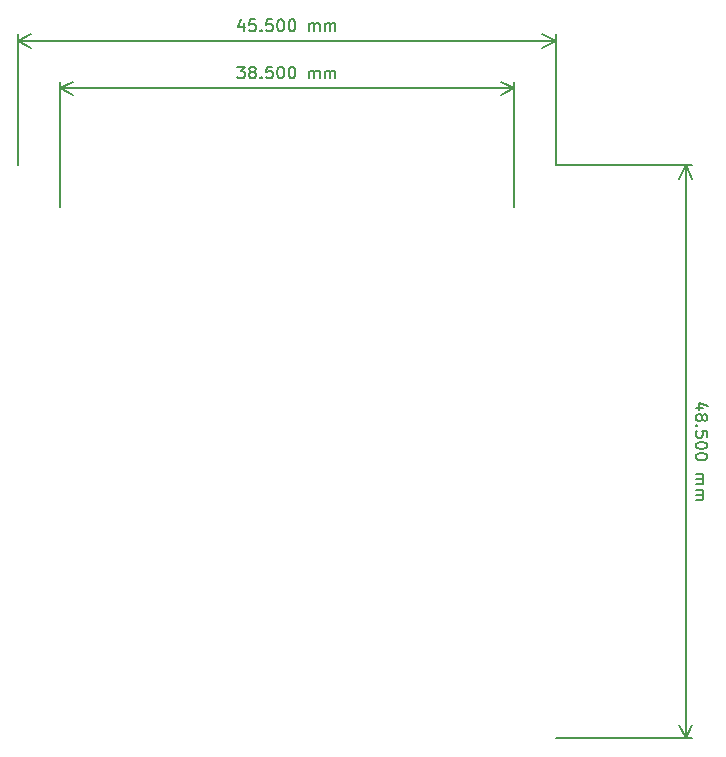
<source format=gbr>
%TF.GenerationSoftware,KiCad,Pcbnew,(5.1.10)-1*%
%TF.CreationDate,2022-05-05T15:35:37+01:00*%
%TF.ProjectId,solenoid_driver,736f6c65-6e6f-4696-945f-647269766572,rev?*%
%TF.SameCoordinates,Original*%
%TF.FileFunction,Other,ECO1*%
%FSLAX46Y46*%
G04 Gerber Fmt 4.6, Leading zero omitted, Abs format (unit mm)*
G04 Created by KiCad (PCBNEW (5.1.10)-1) date 2022-05-05 15:35:37*
%MOMM*%
%LPD*%
G01*
G04 APERTURE LIST*
%ADD10C,0.150000*%
G04 APERTURE END LIST*
D10*
X170014285Y-101083333D02*
X169347619Y-101083333D01*
X170395238Y-100845238D02*
X169680952Y-100607142D01*
X169680952Y-101226190D01*
X169919047Y-101750000D02*
X169966666Y-101654761D01*
X170014285Y-101607142D01*
X170109523Y-101559523D01*
X170157142Y-101559523D01*
X170252380Y-101607142D01*
X170300000Y-101654761D01*
X170347619Y-101750000D01*
X170347619Y-101940476D01*
X170300000Y-102035714D01*
X170252380Y-102083333D01*
X170157142Y-102130952D01*
X170109523Y-102130952D01*
X170014285Y-102083333D01*
X169966666Y-102035714D01*
X169919047Y-101940476D01*
X169919047Y-101750000D01*
X169871428Y-101654761D01*
X169823809Y-101607142D01*
X169728571Y-101559523D01*
X169538095Y-101559523D01*
X169442857Y-101607142D01*
X169395238Y-101654761D01*
X169347619Y-101750000D01*
X169347619Y-101940476D01*
X169395238Y-102035714D01*
X169442857Y-102083333D01*
X169538095Y-102130952D01*
X169728571Y-102130952D01*
X169823809Y-102083333D01*
X169871428Y-102035714D01*
X169919047Y-101940476D01*
X169442857Y-102559523D02*
X169395238Y-102607142D01*
X169347619Y-102559523D01*
X169395238Y-102511904D01*
X169442857Y-102559523D01*
X169347619Y-102559523D01*
X170347619Y-103511904D02*
X170347619Y-103035714D01*
X169871428Y-102988095D01*
X169919047Y-103035714D01*
X169966666Y-103130952D01*
X169966666Y-103369047D01*
X169919047Y-103464285D01*
X169871428Y-103511904D01*
X169776190Y-103559523D01*
X169538095Y-103559523D01*
X169442857Y-103511904D01*
X169395238Y-103464285D01*
X169347619Y-103369047D01*
X169347619Y-103130952D01*
X169395238Y-103035714D01*
X169442857Y-102988095D01*
X170347619Y-104178571D02*
X170347619Y-104273809D01*
X170300000Y-104369047D01*
X170252380Y-104416666D01*
X170157142Y-104464285D01*
X169966666Y-104511904D01*
X169728571Y-104511904D01*
X169538095Y-104464285D01*
X169442857Y-104416666D01*
X169395238Y-104369047D01*
X169347619Y-104273809D01*
X169347619Y-104178571D01*
X169395238Y-104083333D01*
X169442857Y-104035714D01*
X169538095Y-103988095D01*
X169728571Y-103940476D01*
X169966666Y-103940476D01*
X170157142Y-103988095D01*
X170252380Y-104035714D01*
X170300000Y-104083333D01*
X170347619Y-104178571D01*
X170347619Y-105130952D02*
X170347619Y-105226190D01*
X170300000Y-105321428D01*
X170252380Y-105369047D01*
X170157142Y-105416666D01*
X169966666Y-105464285D01*
X169728571Y-105464285D01*
X169538095Y-105416666D01*
X169442857Y-105369047D01*
X169395238Y-105321428D01*
X169347619Y-105226190D01*
X169347619Y-105130952D01*
X169395238Y-105035714D01*
X169442857Y-104988095D01*
X169538095Y-104940476D01*
X169728571Y-104892857D01*
X169966666Y-104892857D01*
X170157142Y-104940476D01*
X170252380Y-104988095D01*
X170300000Y-105035714D01*
X170347619Y-105130952D01*
X169347619Y-106654761D02*
X170014285Y-106654761D01*
X169919047Y-106654761D02*
X169966666Y-106702380D01*
X170014285Y-106797619D01*
X170014285Y-106940476D01*
X169966666Y-107035714D01*
X169871428Y-107083333D01*
X169347619Y-107083333D01*
X169871428Y-107083333D02*
X169966666Y-107130952D01*
X170014285Y-107226190D01*
X170014285Y-107369047D01*
X169966666Y-107464285D01*
X169871428Y-107511904D01*
X169347619Y-107511904D01*
X169347619Y-107988095D02*
X170014285Y-107988095D01*
X169919047Y-107988095D02*
X169966666Y-108035714D01*
X170014285Y-108130952D01*
X170014285Y-108273809D01*
X169966666Y-108369047D01*
X169871428Y-108416666D01*
X169347619Y-108416666D01*
X169871428Y-108416666D02*
X169966666Y-108464285D01*
X170014285Y-108559523D01*
X170014285Y-108702380D01*
X169966666Y-108797619D01*
X169871428Y-108845238D01*
X169347619Y-108845238D01*
X168500000Y-80500000D02*
X168500000Y-129000000D01*
X157500000Y-80500000D02*
X169086421Y-80500000D01*
X157500000Y-129000000D02*
X169086421Y-129000000D01*
X168500000Y-129000000D02*
X167913579Y-127873496D01*
X168500000Y-129000000D02*
X169086421Y-127873496D01*
X168500000Y-80500000D02*
X167913579Y-81626504D01*
X168500000Y-80500000D02*
X169086421Y-81626504D01*
X131083333Y-68485714D02*
X131083333Y-69152380D01*
X130845238Y-68104761D02*
X130607142Y-68819047D01*
X131226190Y-68819047D01*
X132083333Y-68152380D02*
X131607142Y-68152380D01*
X131559523Y-68628571D01*
X131607142Y-68580952D01*
X131702380Y-68533333D01*
X131940476Y-68533333D01*
X132035714Y-68580952D01*
X132083333Y-68628571D01*
X132130952Y-68723809D01*
X132130952Y-68961904D01*
X132083333Y-69057142D01*
X132035714Y-69104761D01*
X131940476Y-69152380D01*
X131702380Y-69152380D01*
X131607142Y-69104761D01*
X131559523Y-69057142D01*
X132559523Y-69057142D02*
X132607142Y-69104761D01*
X132559523Y-69152380D01*
X132511904Y-69104761D01*
X132559523Y-69057142D01*
X132559523Y-69152380D01*
X133511904Y-68152380D02*
X133035714Y-68152380D01*
X132988095Y-68628571D01*
X133035714Y-68580952D01*
X133130952Y-68533333D01*
X133369047Y-68533333D01*
X133464285Y-68580952D01*
X133511904Y-68628571D01*
X133559523Y-68723809D01*
X133559523Y-68961904D01*
X133511904Y-69057142D01*
X133464285Y-69104761D01*
X133369047Y-69152380D01*
X133130952Y-69152380D01*
X133035714Y-69104761D01*
X132988095Y-69057142D01*
X134178571Y-68152380D02*
X134273809Y-68152380D01*
X134369047Y-68200000D01*
X134416666Y-68247619D01*
X134464285Y-68342857D01*
X134511904Y-68533333D01*
X134511904Y-68771428D01*
X134464285Y-68961904D01*
X134416666Y-69057142D01*
X134369047Y-69104761D01*
X134273809Y-69152380D01*
X134178571Y-69152380D01*
X134083333Y-69104761D01*
X134035714Y-69057142D01*
X133988095Y-68961904D01*
X133940476Y-68771428D01*
X133940476Y-68533333D01*
X133988095Y-68342857D01*
X134035714Y-68247619D01*
X134083333Y-68200000D01*
X134178571Y-68152380D01*
X135130952Y-68152380D02*
X135226190Y-68152380D01*
X135321428Y-68200000D01*
X135369047Y-68247619D01*
X135416666Y-68342857D01*
X135464285Y-68533333D01*
X135464285Y-68771428D01*
X135416666Y-68961904D01*
X135369047Y-69057142D01*
X135321428Y-69104761D01*
X135226190Y-69152380D01*
X135130952Y-69152380D01*
X135035714Y-69104761D01*
X134988095Y-69057142D01*
X134940476Y-68961904D01*
X134892857Y-68771428D01*
X134892857Y-68533333D01*
X134940476Y-68342857D01*
X134988095Y-68247619D01*
X135035714Y-68200000D01*
X135130952Y-68152380D01*
X136654761Y-69152380D02*
X136654761Y-68485714D01*
X136654761Y-68580952D02*
X136702380Y-68533333D01*
X136797619Y-68485714D01*
X136940476Y-68485714D01*
X137035714Y-68533333D01*
X137083333Y-68628571D01*
X137083333Y-69152380D01*
X137083333Y-68628571D02*
X137130952Y-68533333D01*
X137226190Y-68485714D01*
X137369047Y-68485714D01*
X137464285Y-68533333D01*
X137511904Y-68628571D01*
X137511904Y-69152380D01*
X137988095Y-69152380D02*
X137988095Y-68485714D01*
X137988095Y-68580952D02*
X138035714Y-68533333D01*
X138130952Y-68485714D01*
X138273809Y-68485714D01*
X138369047Y-68533333D01*
X138416666Y-68628571D01*
X138416666Y-69152380D01*
X138416666Y-68628571D02*
X138464285Y-68533333D01*
X138559523Y-68485714D01*
X138702380Y-68485714D01*
X138797619Y-68533333D01*
X138845238Y-68628571D01*
X138845238Y-69152380D01*
X112000000Y-70000000D02*
X157500000Y-70000000D01*
X112000000Y-80500000D02*
X112000000Y-69413579D01*
X157500000Y-80500000D02*
X157500000Y-69413579D01*
X157500000Y-70000000D02*
X156373496Y-70586421D01*
X157500000Y-70000000D02*
X156373496Y-69413579D01*
X112000000Y-70000000D02*
X113126504Y-70586421D01*
X112000000Y-70000000D02*
X113126504Y-69413579D01*
X130559523Y-72152380D02*
X131178571Y-72152380D01*
X130845238Y-72533333D01*
X130988095Y-72533333D01*
X131083333Y-72580952D01*
X131130952Y-72628571D01*
X131178571Y-72723809D01*
X131178571Y-72961904D01*
X131130952Y-73057142D01*
X131083333Y-73104761D01*
X130988095Y-73152380D01*
X130702380Y-73152380D01*
X130607142Y-73104761D01*
X130559523Y-73057142D01*
X131750000Y-72580952D02*
X131654761Y-72533333D01*
X131607142Y-72485714D01*
X131559523Y-72390476D01*
X131559523Y-72342857D01*
X131607142Y-72247619D01*
X131654761Y-72200000D01*
X131750000Y-72152380D01*
X131940476Y-72152380D01*
X132035714Y-72200000D01*
X132083333Y-72247619D01*
X132130952Y-72342857D01*
X132130952Y-72390476D01*
X132083333Y-72485714D01*
X132035714Y-72533333D01*
X131940476Y-72580952D01*
X131750000Y-72580952D01*
X131654761Y-72628571D01*
X131607142Y-72676190D01*
X131559523Y-72771428D01*
X131559523Y-72961904D01*
X131607142Y-73057142D01*
X131654761Y-73104761D01*
X131750000Y-73152380D01*
X131940476Y-73152380D01*
X132035714Y-73104761D01*
X132083333Y-73057142D01*
X132130952Y-72961904D01*
X132130952Y-72771428D01*
X132083333Y-72676190D01*
X132035714Y-72628571D01*
X131940476Y-72580952D01*
X132559523Y-73057142D02*
X132607142Y-73104761D01*
X132559523Y-73152380D01*
X132511904Y-73104761D01*
X132559523Y-73057142D01*
X132559523Y-73152380D01*
X133511904Y-72152380D02*
X133035714Y-72152380D01*
X132988095Y-72628571D01*
X133035714Y-72580952D01*
X133130952Y-72533333D01*
X133369047Y-72533333D01*
X133464285Y-72580952D01*
X133511904Y-72628571D01*
X133559523Y-72723809D01*
X133559523Y-72961904D01*
X133511904Y-73057142D01*
X133464285Y-73104761D01*
X133369047Y-73152380D01*
X133130952Y-73152380D01*
X133035714Y-73104761D01*
X132988095Y-73057142D01*
X134178571Y-72152380D02*
X134273809Y-72152380D01*
X134369047Y-72200000D01*
X134416666Y-72247619D01*
X134464285Y-72342857D01*
X134511904Y-72533333D01*
X134511904Y-72771428D01*
X134464285Y-72961904D01*
X134416666Y-73057142D01*
X134369047Y-73104761D01*
X134273809Y-73152380D01*
X134178571Y-73152380D01*
X134083333Y-73104761D01*
X134035714Y-73057142D01*
X133988095Y-72961904D01*
X133940476Y-72771428D01*
X133940476Y-72533333D01*
X133988095Y-72342857D01*
X134035714Y-72247619D01*
X134083333Y-72200000D01*
X134178571Y-72152380D01*
X135130952Y-72152380D02*
X135226190Y-72152380D01*
X135321428Y-72200000D01*
X135369047Y-72247619D01*
X135416666Y-72342857D01*
X135464285Y-72533333D01*
X135464285Y-72771428D01*
X135416666Y-72961904D01*
X135369047Y-73057142D01*
X135321428Y-73104761D01*
X135226190Y-73152380D01*
X135130952Y-73152380D01*
X135035714Y-73104761D01*
X134988095Y-73057142D01*
X134940476Y-72961904D01*
X134892857Y-72771428D01*
X134892857Y-72533333D01*
X134940476Y-72342857D01*
X134988095Y-72247619D01*
X135035714Y-72200000D01*
X135130952Y-72152380D01*
X136654761Y-73152380D02*
X136654761Y-72485714D01*
X136654761Y-72580952D02*
X136702380Y-72533333D01*
X136797619Y-72485714D01*
X136940476Y-72485714D01*
X137035714Y-72533333D01*
X137083333Y-72628571D01*
X137083333Y-73152380D01*
X137083333Y-72628571D02*
X137130952Y-72533333D01*
X137226190Y-72485714D01*
X137369047Y-72485714D01*
X137464285Y-72533333D01*
X137511904Y-72628571D01*
X137511904Y-73152380D01*
X137988095Y-73152380D02*
X137988095Y-72485714D01*
X137988095Y-72580952D02*
X138035714Y-72533333D01*
X138130952Y-72485714D01*
X138273809Y-72485714D01*
X138369047Y-72533333D01*
X138416666Y-72628571D01*
X138416666Y-73152380D01*
X138416666Y-72628571D02*
X138464285Y-72533333D01*
X138559523Y-72485714D01*
X138702380Y-72485714D01*
X138797619Y-72533333D01*
X138845238Y-72628571D01*
X138845238Y-73152380D01*
X115500000Y-74000000D02*
X154000000Y-74000000D01*
X115500000Y-84000000D02*
X115500000Y-73413579D01*
X154000000Y-84000000D02*
X154000000Y-73413579D01*
X154000000Y-74000000D02*
X152873496Y-74586421D01*
X154000000Y-74000000D02*
X152873496Y-73413579D01*
X115500000Y-74000000D02*
X116626504Y-74586421D01*
X115500000Y-74000000D02*
X116626504Y-73413579D01*
M02*

</source>
